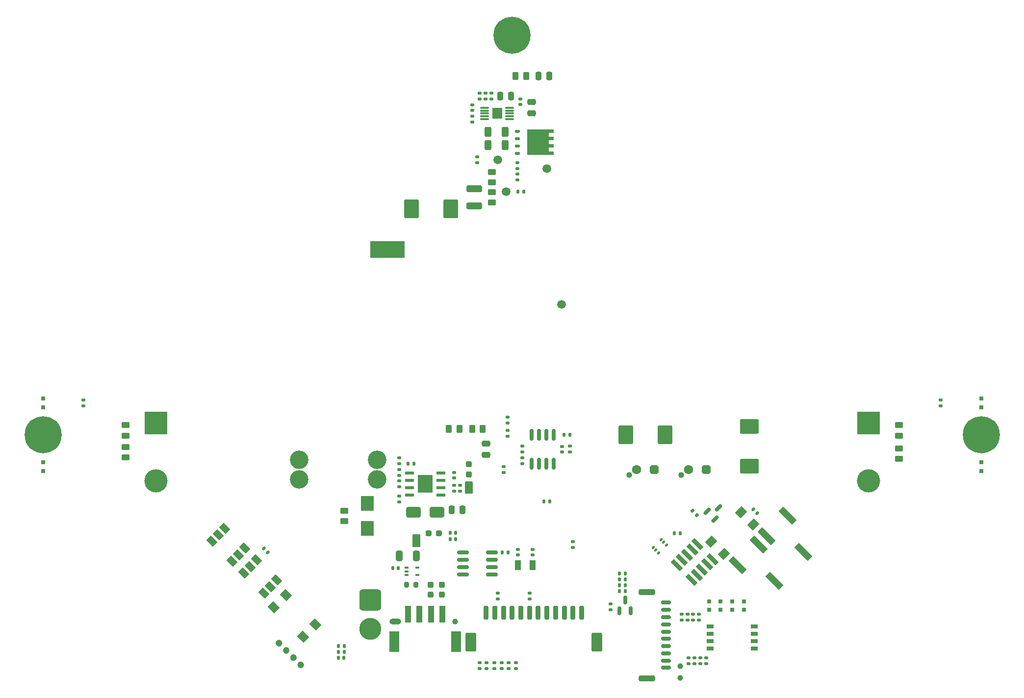
<source format=gbr>
%TF.GenerationSoftware,KiCad,Pcbnew,8.0.7*%
%TF.CreationDate,2025-04-17T20:50:55-04:00*%
%TF.ProjectId,kicker,6b69636b-6572-42e6-9b69-6361645f7063,v4*%
%TF.SameCoordinates,Original*%
%TF.FileFunction,Soldermask,Top*%
%TF.FilePolarity,Negative*%
%FSLAX46Y46*%
G04 Gerber Fmt 4.6, Leading zero omitted, Abs format (unit mm)*
G04 Created by KiCad (PCBNEW 8.0.7) date 2025-04-17 20:50:55*
%MOMM*%
%LPD*%
G01*
G04 APERTURE LIST*
G04 Aperture macros list*
%AMRoundRect*
0 Rectangle with rounded corners*
0 $1 Rounding radius*
0 $2 $3 $4 $5 $6 $7 $8 $9 X,Y pos of 4 corners*
0 Add a 4 corners polygon primitive as box body*
4,1,4,$2,$3,$4,$5,$6,$7,$8,$9,$2,$3,0*
0 Add four circle primitives for the rounded corners*
1,1,$1+$1,$2,$3*
1,1,$1+$1,$4,$5*
1,1,$1+$1,$6,$7*
1,1,$1+$1,$8,$9*
0 Add four rect primitives between the rounded corners*
20,1,$1+$1,$2,$3,$4,$5,0*
20,1,$1+$1,$4,$5,$6,$7,0*
20,1,$1+$1,$6,$7,$8,$9,0*
20,1,$1+$1,$8,$9,$2,$3,0*%
%AMRotRect*
0 Rectangle, with rotation*
0 The origin of the aperture is its center*
0 $1 length*
0 $2 width*
0 $3 Rotation angle, in degrees counterclockwise*
0 Add horizontal line*
21,1,$1,$2,0,0,$3*%
%AMOutline5P*
0 Free polygon, 5 corners , with rotation*
0 The origin of the aperture is its center*
0 number of corners: always 5*
0 $1 to $10 corner X, Y*
0 $11 Rotation angle, in degrees counterclockwise*
0 create outline with 5 corners*
4,1,5,$1,$2,$3,$4,$5,$6,$7,$8,$9,$10,$1,$2,$11*%
%AMOutline6P*
0 Free polygon, 6 corners , with rotation*
0 The origin of the aperture is its center*
0 number of corners: always 6*
0 $1 to $12 corner X, Y*
0 $13 Rotation angle, in degrees counterclockwise*
0 create outline with 6 corners*
4,1,6,$1,$2,$3,$4,$5,$6,$7,$8,$9,$10,$11,$12,$1,$2,$13*%
%AMOutline7P*
0 Free polygon, 7 corners , with rotation*
0 The origin of the aperture is its center*
0 number of corners: always 7*
0 $1 to $14 corner X, Y*
0 $15 Rotation angle, in degrees counterclockwise*
0 create outline with 7 corners*
4,1,7,$1,$2,$3,$4,$5,$6,$7,$8,$9,$10,$11,$12,$13,$14,$1,$2,$15*%
%AMOutline8P*
0 Free polygon, 8 corners , with rotation*
0 The origin of the aperture is its center*
0 number of corners: always 8*
0 $1 to $16 corner X, Y*
0 $17 Rotation angle, in degrees counterclockwise*
0 create outline with 8 corners*
4,1,8,$1,$2,$3,$4,$5,$6,$7,$8,$9,$10,$11,$12,$13,$14,$15,$16,$1,$2,$17*%
%AMFreePoly0*
4,1,17,2.675000,1.605000,1.875000,1.605000,1.875000,0.935000,2.675000,0.935000,2.675000,0.335000,1.875000,0.335000,1.875000,-0.335000,2.675000,-0.335000,2.675000,-0.935000,1.875000,-0.935000,1.875000,-1.605000,2.675000,-1.605000,2.675000,-2.205000,-1.875000,-2.205000,-1.875000,2.205000,2.675000,2.205000,2.675000,1.605000,2.675000,1.605000,$1*%
%AMFreePoly1*
4,1,6,1.037000,0.000000,0.437000,-0.600000,-0.150000,-0.600000,-0.150000,0.600000,0.437000,0.600000,1.037000,0.000000,1.037000,0.000000,$1*%
%AMFreePoly2*
4,1,6,0.150000,-0.600000,-1.037000,-0.600000,-0.437000,0.000000,-1.037000,0.600000,0.150000,0.600000,0.150000,-0.600000,0.150000,-0.600000,$1*%
G04 Aperture macros list end*
%ADD10C,0.575000*%
%ADD11C,0.160000*%
%ADD12RoundRect,0.150000X0.700000X-0.150000X0.700000X0.150000X-0.700000X0.150000X-0.700000X-0.150000X0*%
%ADD13RoundRect,0.250000X1.150000X-0.250000X1.150000X0.250000X-1.150000X0.250000X-1.150000X-0.250000X0*%
%ADD14RoundRect,0.140000X0.219203X0.021213X0.021213X0.219203X-0.219203X-0.021213X-0.021213X-0.219203X0*%
%ADD15C,1.500000*%
%ADD16RoundRect,0.140000X0.170000X-0.140000X0.170000X0.140000X-0.170000X0.140000X-0.170000X-0.140000X0*%
%ADD17RoundRect,0.135000X-0.185000X0.135000X-0.185000X-0.135000X0.185000X-0.135000X0.185000X0.135000X0*%
%ADD18RoundRect,0.760000X-1.140000X1.140000X-1.140000X-1.140000X1.140000X-1.140000X1.140000X1.140000X0*%
%ADD19C,3.800000*%
%ADD20RoundRect,0.135000X-0.135000X-0.185000X0.135000X-0.185000X0.135000X0.185000X-0.135000X0.185000X0*%
%ADD21R,0.800000X0.800000*%
%ADD22C,6.400000*%
%ADD23RoundRect,0.135000X0.185000X-0.135000X0.185000X0.135000X-0.185000X0.135000X-0.185000X-0.135000X0*%
%ADD24R,1.000000X1.800000*%
%ADD25RoundRect,0.050000X-0.883883X0.176777X0.176777X-0.883883X0.883883X-0.176777X-0.176777X0.883883X0*%
%ADD26RoundRect,0.050000X0.883883X-0.176777X-0.176777X0.883883X-0.883883X0.176777X0.176777X-0.883883X0*%
%ADD27RoundRect,0.250000X-0.262500X-0.450000X0.262500X-0.450000X0.262500X0.450000X-0.262500X0.450000X0*%
%ADD28RoundRect,0.250000X-0.250000X-0.475000X0.250000X-0.475000X0.250000X0.475000X-0.250000X0.475000X0*%
%ADD29RoundRect,0.250000X-1.000000X-0.650000X1.000000X-0.650000X1.000000X0.650000X-1.000000X0.650000X0*%
%ADD30RoundRect,0.135000X-0.226274X-0.035355X-0.035355X-0.226274X0.226274X0.035355X0.035355X0.226274X0*%
%ADD31RoundRect,0.140000X-0.170000X0.140000X-0.170000X-0.140000X0.170000X-0.140000X0.170000X0.140000X0*%
%ADD32FreePoly0,0.000000*%
%ADD33RoundRect,0.125000X-0.300000X-0.125000X0.300000X-0.125000X0.300000X0.125000X-0.300000X0.125000X0*%
%ADD34RoundRect,0.250000X-0.450000X0.262500X-0.450000X-0.262500X0.450000X-0.262500X0.450000X0.262500X0*%
%ADD35RoundRect,0.140000X0.140000X0.170000X-0.140000X0.170000X-0.140000X-0.170000X0.140000X-0.170000X0*%
%ADD36RoundRect,0.075000X-0.650000X-0.075000X0.650000X-0.075000X0.650000X0.075000X-0.650000X0.075000X0*%
%ADD37R,1.680000X1.880000*%
%ADD38RoundRect,0.237500X-0.287500X-0.237500X0.287500X-0.237500X0.287500X0.237500X-0.287500X0.237500X0*%
%ADD39RoundRect,0.250000X-1.400000X-1.000000X1.400000X-1.000000X1.400000X1.000000X-1.400000X1.000000X0*%
%ADD40RoundRect,0.250000X0.475000X-0.250000X0.475000X0.250000X-0.475000X0.250000X-0.475000X-0.250000X0*%
%ADD41RoundRect,0.100000X0.088388X0.229810X-0.229810X-0.088388X-0.088388X-0.229810X0.229810X0.088388X0*%
%ADD42RoundRect,0.237500X0.237500X-0.287500X0.237500X0.287500X-0.237500X0.287500X-0.237500X-0.287500X0*%
%ADD43RotRect,3.300000X1.190000X135.000000*%
%ADD44RoundRect,0.250000X-0.312500X-0.625000X0.312500X-0.625000X0.312500X0.625000X-0.312500X0.625000X0*%
%ADD45RoundRect,0.150000X-0.825000X-0.150000X0.825000X-0.150000X0.825000X0.150000X-0.825000X0.150000X0*%
%ADD46R,2.300000X2.500000*%
%ADD47RoundRect,0.100000X-0.225000X-0.100000X0.225000X-0.100000X0.225000X0.100000X-0.225000X0.100000X0*%
%ADD48FreePoly1,90.000000*%
%ADD49FreePoly2,90.000000*%
%ADD50RoundRect,0.250000X0.325000X0.650000X-0.325000X0.650000X-0.325000X-0.650000X0.325000X-0.650000X0*%
%ADD51R,1.270000X0.760000*%
%ADD52RoundRect,0.250000X-1.000000X1.400000X-1.000000X-1.400000X1.000000X-1.400000X1.000000X1.400000X0*%
%ADD53RoundRect,0.150000X-0.309359X-0.521491X0.521491X0.309359X0.309359X0.521491X-0.521491X-0.309359X0*%
%ADD54RoundRect,0.200000X0.200000X0.275000X-0.200000X0.275000X-0.200000X-0.275000X0.200000X-0.275000X0*%
%ADD55RoundRect,0.135000X0.135000X0.185000X-0.135000X0.185000X-0.135000X-0.185000X0.135000X-0.185000X0*%
%ADD56RoundRect,0.140000X-0.219203X-0.021213X-0.021213X-0.219203X0.219203X0.021213X0.021213X0.219203X0*%
%ADD57O,2.000000X1.000000*%
%ADD58C,1.000000*%
%ADD59R,1.100000X3.000000*%
%ADD60R,1.800000X3.600000*%
%ADD61RoundRect,0.150000X0.150000X-0.825000X0.150000X0.825000X-0.150000X0.825000X-0.150000X-0.825000X0*%
%ADD62RoundRect,0.250000X-0.475000X0.250000X-0.475000X-0.250000X0.475000X-0.250000X0.475000X0.250000X0*%
%ADD63RoundRect,0.250000X0.450000X-0.262500X0.450000X0.262500X-0.450000X0.262500X-0.450000X-0.262500X0*%
%ADD64RoundRect,0.140000X-0.140000X-0.170000X0.140000X-0.170000X0.140000X0.170000X-0.140000X0.170000X0*%
%ADD65RoundRect,0.150000X0.150000X-0.587500X0.150000X0.587500X-0.150000X0.587500X-0.150000X-0.587500X0*%
%ADD66RoundRect,0.200000X0.200000X1.000000X-0.200000X1.000000X-0.200000X-1.000000X0.200000X-1.000000X0*%
%ADD67RoundRect,0.250000X0.650000X1.400000X-0.650000X1.400000X-0.650000X-1.400000X0.650000X-1.400000X0*%
%ADD68RoundRect,0.250000X1.100000X-0.325000X1.100000X0.325000X-1.100000X0.325000X-1.100000X-0.325000X0*%
%ADD69R,6.000000X3.000000*%
%ADD70RotRect,1.600000X1.400000X135.000000*%
%ADD71RoundRect,0.250000X0.250000X0.475000X-0.250000X0.475000X-0.250000X-0.475000X0.250000X-0.475000X0*%
%ADD72RotRect,1.600000X1.400000X225.000000*%
%ADD73RotRect,0.800000X2.200000X45.000000*%
%ADD74R,2.600000X3.100000*%
%ADD75R,1.550000X0.600000*%
%ADD76R,4.000000X4.000000*%
%ADD77C,4.000000*%
%ADD78C,3.200000*%
%ADD79C,1.020000*%
%ADD80Outline8P,-0.800000X0.400000X-0.400000X0.800000X0.400000X0.800000X0.800000X0.400000X0.800000X-0.400000X0.400000X-0.800000X-0.400000X-0.800000X-0.800000X-0.400000X0.000000*%
%ADD81C,1.600000*%
G04 APERTURE END LIST*
D10*
X173787500Y-177750000D02*
G75*
G02*
X173212500Y-177750000I-287500J0D01*
G01*
X173212500Y-177750000D02*
G75*
G02*
X173787500Y-177750000I287500J0D01*
G01*
X172537500Y-176500000D02*
G75*
G02*
X171962500Y-176500000I-287500J0D01*
G01*
X171962500Y-176500000D02*
G75*
G02*
X172537500Y-176500000I287500J0D01*
G01*
X170037500Y-174000000D02*
G75*
G02*
X169462500Y-174000000I-287500J0D01*
G01*
X169462500Y-174000000D02*
G75*
G02*
X170037500Y-174000000I287500J0D01*
G01*
X171287500Y-175250000D02*
G75*
G02*
X170712500Y-175250000I-287500J0D01*
G01*
X170712500Y-175250000D02*
G75*
G02*
X171287500Y-175250000I287500J0D01*
G01*
D11*
%TO.C,JP1*%
X194100000Y-157300000D02*
X192900000Y-157300000D01*
X192900000Y-155300000D01*
X194100000Y-155300000D01*
X194100000Y-157300000D01*
G36*
X194100000Y-157300000D02*
G01*
X192900000Y-157300000D01*
X192900000Y-155300000D01*
X194100000Y-155300000D01*
X194100000Y-157300000D01*
G37*
%TO.C,JP2*%
X203100000Y-148100000D02*
X201900000Y-148100000D01*
X201900000Y-146100000D01*
X203100000Y-146100000D01*
X203100000Y-148100000D01*
G36*
X203100000Y-148100000D02*
G01*
X201900000Y-148100000D01*
X201900000Y-146100000D01*
X203100000Y-146100000D01*
X203100000Y-148100000D01*
G37*
%TD*%
D12*
%TO.C,J11*%
X236600000Y-178250000D03*
X236600000Y-177000000D03*
X236600000Y-175750000D03*
X236600000Y-174500000D03*
X236600000Y-173250000D03*
X236600000Y-172000000D03*
X236600000Y-170750000D03*
X236600000Y-169500000D03*
X236600000Y-168250000D03*
X236600000Y-167000000D03*
D13*
X233250000Y-180100000D03*
X233250000Y-165150000D03*
%TD*%
D14*
%TO.C,C19*%
X167839411Y-158339411D03*
X167160589Y-157660589D03*
%TD*%
D15*
%TO.C,TP6*%
X218500000Y-115500000D03*
%TD*%
D16*
%TO.C,C3*%
X190500000Y-149580000D03*
X190500000Y-148620000D03*
%TD*%
D15*
%TO.C,TP3*%
X209000000Y-96000000D03*
%TD*%
D17*
%TO.C,R54*%
X209250000Y-137240001D03*
X209250000Y-138259999D03*
%TD*%
D18*
%TO.C,J3*%
X185500000Y-166500000D03*
D19*
X185500000Y-171500000D03*
%TD*%
D20*
%TO.C,R11*%
X179990001Y-175500000D03*
X181009999Y-175500000D03*
%TD*%
D21*
%TO.C,D4*%
X291000000Y-133250000D03*
X291000000Y-131750000D03*
%TD*%
D22*
%TO.C,H2*%
X291000000Y-138000000D03*
%TD*%
D20*
%TO.C,R22*%
X237990001Y-155000000D03*
X239009999Y-155000000D03*
%TD*%
D23*
%TO.C,R16*%
X240500000Y-177509998D03*
X240500000Y-176490000D03*
%TD*%
D24*
%TO.C,Y1*%
X211000000Y-160500000D03*
X213499998Y-160500000D03*
%TD*%
D25*
%TO.C,U6*%
X161601041Y-159863782D03*
X162732412Y-158732412D03*
X163863782Y-157601041D03*
D26*
X160398959Y-154136218D03*
X159267588Y-155267588D03*
X158136218Y-156398959D03*
%TD*%
D21*
%TO.C,D5*%
X246000000Y-168250000D03*
X246000000Y-166750000D03*
%TD*%
D23*
%TO.C,R8*%
X201000000Y-147759999D03*
X201000000Y-146740001D03*
%TD*%
D27*
%TO.C,R50*%
X203087500Y-137000000D03*
X204912500Y-137000000D03*
%TD*%
D25*
%TO.C,U4*%
X167101041Y-165363782D03*
X168232412Y-164232412D03*
X169363782Y-163101041D03*
D26*
X165898959Y-159636218D03*
X164767588Y-160767588D03*
X163636218Y-161898959D03*
%TD*%
D23*
%TO.C,R32*%
X136000000Y-133009999D03*
X136000000Y-131990001D03*
%TD*%
D28*
%TO.C,C5*%
X199550000Y-151000000D03*
X201450000Y-151000000D03*
%TD*%
D29*
%TO.C,D2*%
X192999999Y-151400000D03*
X197000001Y-151400000D03*
%TD*%
D16*
%TO.C,C31*%
X203100000Y-81980000D03*
X203100000Y-81020000D03*
%TD*%
D23*
%TO.C,R30*%
X284000000Y-133009999D03*
X284000000Y-131990001D03*
%TD*%
D30*
%TO.C,R43*%
X241139376Y-151139376D03*
X241860624Y-151860624D03*
%TD*%
D31*
%TO.C,C28*%
X218650000Y-140020000D03*
X218650000Y-140980000D03*
%TD*%
D15*
%TO.C,TP4*%
X216000000Y-92000000D03*
%TD*%
D32*
%TO.C,Q5*%
X214500001Y-87500000D03*
D33*
X210950001Y-85595000D03*
X210950001Y-86865000D03*
X210950001Y-88135000D03*
X210950001Y-89405000D03*
%TD*%
D34*
%TO.C,R46*%
X143250000Y-140087500D03*
X143250000Y-141912500D03*
%TD*%
D35*
%TO.C,C1*%
X190360000Y-161000000D03*
X189400000Y-161000000D03*
%TD*%
D36*
%TO.C,U8*%
X205250001Y-81500000D03*
X205250001Y-82000000D03*
X205250001Y-82500000D03*
X205250001Y-83000000D03*
X205250001Y-83500000D03*
X209550001Y-83500000D03*
X209550001Y-83000000D03*
X209550001Y-82500000D03*
X209550001Y-82000000D03*
X209550001Y-81500000D03*
D37*
X207400001Y-82500000D03*
%TD*%
D38*
%TO.C,F4*%
X195625001Y-155000000D03*
X197374999Y-155000000D03*
%TD*%
D39*
%TO.C,D13*%
X251000000Y-136600000D03*
X251000000Y-143400000D03*
%TD*%
D40*
%TO.C,C39*%
X213400001Y-82450000D03*
X213400001Y-80550000D03*
%TD*%
D34*
%TO.C,R48*%
X276750000Y-140337500D03*
X276750000Y-142162500D03*
%TD*%
D41*
%TO.C,D3*%
X236631371Y-157037868D03*
X236171751Y-156578249D03*
X235712132Y-156118629D03*
X234368629Y-157462132D03*
X234828249Y-157921751D03*
X235287868Y-158381371D03*
%TD*%
D42*
%TO.C,F1*%
X197900000Y-165625000D03*
X197900000Y-163875000D03*
%TD*%
D17*
%TO.C,R5*%
X190500000Y-143990001D03*
X190500000Y-145009999D03*
%TD*%
D43*
%TO.C,RV1*%
X248941207Y-160533310D03*
X255262742Y-163262742D03*
X252533310Y-156941207D03*
%TD*%
D44*
%TO.C,R65*%
X205857501Y-87970000D03*
X208782501Y-87970000D03*
%TD*%
D23*
%TO.C,R19*%
X243500000Y-177509999D03*
X243500000Y-176490001D03*
%TD*%
D17*
%TO.C,R79*%
X207500000Y-165390001D03*
X207500000Y-166409999D03*
%TD*%
D15*
%TO.C,TP5*%
X207500000Y-90500000D03*
%TD*%
D23*
%TO.C,R62*%
X210900001Y-94010000D03*
X210900001Y-92990000D03*
%TD*%
D45*
%TO.C,U5*%
X201525000Y-158295000D03*
X201525000Y-159565000D03*
X201525000Y-160835000D03*
X201525000Y-162105000D03*
X206475000Y-162105000D03*
X206475000Y-160835000D03*
X206475000Y-159565000D03*
X206475000Y-158295000D03*
%TD*%
D46*
%TO.C,D1*%
X185000000Y-154150001D03*
X185000000Y-149849999D03*
%TD*%
D34*
%TO.C,R67*%
X206500000Y-92597499D03*
X206500000Y-94422499D03*
%TD*%
D22*
%TO.C,H1*%
X210000000Y-69000000D03*
%TD*%
D47*
%TO.C,U1*%
X191750000Y-160950000D03*
X191750000Y-161600000D03*
X191750000Y-162250000D03*
X193650000Y-162250000D03*
X193650000Y-160950000D03*
%TD*%
D48*
%TO.C,JP1*%
X193500000Y-157150000D03*
D49*
X193500000Y-155450000D03*
%TD*%
D50*
%TO.C,C2*%
X193475001Y-158900000D03*
X190524999Y-158900000D03*
%TD*%
D16*
%TO.C,C22*%
X213500000Y-158780000D03*
X213500000Y-157820000D03*
%TD*%
D42*
%TO.C,F2*%
X195900000Y-165625000D03*
X195900000Y-163875000D03*
%TD*%
D35*
%TO.C,C17*%
X200280000Y-154900000D03*
X199320000Y-154900000D03*
%TD*%
D17*
%TO.C,R9*%
X200000000Y-146740001D03*
X200000000Y-147759999D03*
%TD*%
%TO.C,R60*%
X205400001Y-78990000D03*
X205400001Y-80010000D03*
%TD*%
D23*
%TO.C,R13*%
X240250000Y-170000000D03*
X240250000Y-168980002D03*
%TD*%
D51*
%TO.C,SW2*%
X251810000Y-174905000D03*
X251810000Y-173635000D03*
X251810000Y-172365000D03*
X251810000Y-171095000D03*
X244190000Y-171095000D03*
X244190000Y-172365000D03*
X244190000Y-173635000D03*
X244190000Y-174905000D03*
%TD*%
D35*
%TO.C,C24*%
X209280000Y-158300000D03*
X208320000Y-158300000D03*
%TD*%
D52*
%TO.C,D14*%
X199400000Y-99000000D03*
X192600000Y-99000000D03*
%TD*%
D17*
%TO.C,R52*%
X211750000Y-141990001D03*
X211750000Y-143009999D03*
%TD*%
%TO.C,R86*%
X209400000Y-177390001D03*
X209400000Y-178409999D03*
%TD*%
D21*
%TO.C,D9*%
X248000000Y-168250000D03*
X248000000Y-166750000D03*
%TD*%
D53*
%TO.C,Q2*%
X243665336Y-151241161D03*
X245008839Y-152584664D03*
X245662913Y-150587087D03*
%TD*%
D28*
%TO.C,C40*%
X214550000Y-76000000D03*
X216450000Y-76000000D03*
%TD*%
D42*
%TO.C,F5*%
X202500000Y-144875000D03*
X202500000Y-143125000D03*
%TD*%
D34*
%TO.C,R66*%
X206500000Y-96087500D03*
X206500000Y-97912500D03*
%TD*%
D54*
%TO.C,L1*%
X193425000Y-163900000D03*
X191775000Y-163900000D03*
%TD*%
D16*
%TO.C,C20*%
X211000000Y-158780000D03*
X211000000Y-157820000D03*
%TD*%
D55*
%TO.C,R10*%
X193009999Y-143000000D03*
X191990001Y-143000000D03*
%TD*%
D56*
%TO.C,C7*%
X251660589Y-150910589D03*
X252339411Y-151589411D03*
%TD*%
D23*
%TO.C,R76*%
X205600000Y-178409999D03*
X205600000Y-177390001D03*
%TD*%
%TO.C,R17*%
X241500000Y-177509998D03*
X241500000Y-176490000D03*
%TD*%
D57*
%TO.C,J2*%
X189800000Y-170300000D03*
D58*
X200200000Y-170300000D03*
D59*
X198000000Y-169000000D03*
X196000000Y-169000000D03*
X194000000Y-169000000D03*
X192000000Y-169000000D03*
D60*
X189650000Y-173700000D03*
X200350000Y-173700000D03*
%TD*%
D48*
%TO.C,JP2*%
X202500000Y-147950000D03*
D49*
X202500000Y-146250000D03*
%TD*%
D55*
%TO.C,R20*%
X181009999Y-174500000D03*
X179990001Y-174500000D03*
%TD*%
D61*
%TO.C,U7*%
X213345000Y-142975000D03*
X214615000Y-142975000D03*
X215885000Y-142975000D03*
X217155000Y-142975000D03*
X217155000Y-138025000D03*
X215885000Y-138025000D03*
X214615000Y-138025000D03*
X213345000Y-138025000D03*
%TD*%
D23*
%TO.C,R7*%
X190500000Y-143009999D03*
X190500000Y-141990001D03*
%TD*%
D17*
%TO.C,R6*%
X190500000Y-145990001D03*
X190500000Y-147009999D03*
%TD*%
D22*
%TO.C,H3*%
X129000000Y-138000000D03*
%TD*%
D27*
%TO.C,R61*%
X210587500Y-76000000D03*
X212412500Y-76000000D03*
%TD*%
D31*
%TO.C,C37*%
X206400001Y-79020000D03*
X206400001Y-79980000D03*
%TD*%
D62*
%TO.C,C27*%
X205500000Y-139550001D03*
X205500000Y-141449999D03*
%TD*%
D63*
%TO.C,R4*%
X181000000Y-152912500D03*
X181000000Y-151087500D03*
%TD*%
D17*
%TO.C,R70*%
X213000000Y-165390000D03*
X213000000Y-166410000D03*
%TD*%
D23*
%TO.C,R56*%
X209250000Y-136009999D03*
X209250000Y-134990001D03*
%TD*%
D64*
%TO.C,C6*%
X180020000Y-176500000D03*
X180980000Y-176500000D03*
%TD*%
D20*
%TO.C,R44*%
X228490001Y-163000000D03*
X229509999Y-163000000D03*
%TD*%
D23*
%TO.C,R77*%
X206900000Y-178409999D03*
X206900000Y-177390001D03*
%TD*%
D17*
%TO.C,R68*%
X204000000Y-89990000D03*
X204000000Y-91010000D03*
%TD*%
D65*
%TO.C,Q1*%
X228550000Y-168437500D03*
X230450000Y-168437500D03*
X229500000Y-166562500D03*
%TD*%
D23*
%TO.C,R63*%
X210900001Y-92020000D03*
X210900001Y-91000000D03*
%TD*%
D52*
%TO.C,D12*%
X236400000Y-138000000D03*
X229600000Y-138000000D03*
%TD*%
D20*
%TO.C,R38*%
X228490001Y-162000000D03*
X229509999Y-162000000D03*
%TD*%
D35*
%TO.C,C11*%
X200280000Y-156000000D03*
X199320000Y-156000000D03*
%TD*%
D23*
%TO.C,R59*%
X203100000Y-84010000D03*
X203100000Y-82990000D03*
%TD*%
D34*
%TO.C,R47*%
X276750000Y-136337500D03*
X276750000Y-138162500D03*
%TD*%
D17*
%TO.C,R51*%
X208500000Y-143490001D03*
X208500000Y-144509999D03*
%TD*%
D66*
%TO.C,J7*%
X222000000Y-168750000D03*
X220500000Y-168750000D03*
X219000000Y-168750000D03*
X217500000Y-168750000D03*
X216000000Y-168750000D03*
X214500000Y-168750000D03*
X213000000Y-168750000D03*
X211500000Y-168750000D03*
X210000000Y-168750000D03*
X208500000Y-168750000D03*
X207000000Y-168750000D03*
X205500000Y-168750000D03*
D67*
X224600000Y-173800000D03*
X202900000Y-173800000D03*
%TD*%
D68*
%TO.C,C41*%
X203500000Y-98475001D03*
X203500000Y-95524999D03*
%TD*%
D69*
%TO.C,C29*%
X188500000Y-106000000D03*
%TD*%
D23*
%TO.C,R18*%
X242500000Y-177509998D03*
X242500000Y-176490000D03*
%TD*%
D27*
%TO.C,R49*%
X199087500Y-137000000D03*
X200912500Y-137000000D03*
%TD*%
D17*
%TO.C,R55*%
X220000000Y-139990001D03*
X220000000Y-141009999D03*
%TD*%
D23*
%TO.C,R53*%
X211750000Y-141009999D03*
X211750000Y-139990001D03*
%TD*%
D16*
%TO.C,C34*%
X204400001Y-79980000D03*
X204400001Y-79020000D03*
%TD*%
D20*
%TO.C,R58*%
X210990000Y-96000000D03*
X212010000Y-96000000D03*
%TD*%
%TO.C,R57*%
X218990001Y-138000000D03*
X220009999Y-138000000D03*
%TD*%
D21*
%TO.C,D10*%
X129000000Y-144250000D03*
X129000000Y-142750000D03*
%TD*%
%TO.C,D6*%
X129000000Y-133250000D03*
X129000000Y-131750000D03*
%TD*%
%TO.C,D11*%
X291000000Y-144250000D03*
X291000000Y-142750000D03*
%TD*%
D70*
%TO.C,SW1*%
X173884924Y-172906245D03*
X168793755Y-167815076D03*
X176006245Y-170784924D03*
X170915076Y-165693755D03*
%TD*%
D71*
%TO.C,C32*%
X209850001Y-79500000D03*
X207950001Y-79500000D03*
%TD*%
D16*
%TO.C,C4*%
X200000000Y-145480000D03*
X200000000Y-144520000D03*
%TD*%
D72*
%TO.C,SW3*%
X251606245Y-153515076D03*
X246515076Y-158606245D03*
X249484924Y-151393755D03*
X244393755Y-156484924D03*
%TD*%
D21*
%TO.C,D8*%
X250000000Y-168250000D03*
X250000000Y-166750000D03*
%TD*%
D34*
%TO.C,R45*%
X143250000Y-136337500D03*
X143250000Y-138162500D03*
%TD*%
D20*
%TO.C,R31*%
X228490001Y-164000000D03*
X229509999Y-164000000D03*
%TD*%
D55*
%TO.C,R1*%
X216509999Y-149500000D03*
X215490001Y-149500000D03*
%TD*%
D17*
%TO.C,R87*%
X210700000Y-177390001D03*
X210700000Y-178409999D03*
%TD*%
D23*
%TO.C,R78*%
X208200000Y-178409999D03*
X208200000Y-177390001D03*
%TD*%
%TO.C,R85*%
X204400000Y-178409999D03*
X204400000Y-177390001D03*
%TD*%
D73*
%TO.C,J4*%
X240990883Y-163082986D03*
X238417014Y-160509117D03*
X241888909Y-162184960D03*
X239315040Y-159611091D03*
X242786934Y-161286934D03*
X240213066Y-158713066D03*
X243684960Y-160388909D03*
X241111091Y-157815040D03*
X244582986Y-159490883D03*
X242009117Y-156917014D03*
%TD*%
D44*
%TO.C,R64*%
X205857501Y-85679999D03*
X208782501Y-85679999D03*
%TD*%
D23*
%TO.C,R14*%
X241250000Y-170000000D03*
X241250000Y-168980002D03*
%TD*%
%TO.C,R21*%
X227000000Y-168259999D03*
X227000000Y-167240001D03*
%TD*%
D43*
%TO.C,RV2*%
X253941207Y-155533310D03*
X260262742Y-158262742D03*
X257533310Y-151941207D03*
%TD*%
D20*
%TO.C,R35*%
X228490001Y-165000000D03*
X229509999Y-165000000D03*
%TD*%
D74*
%TO.C,U2*%
X195000000Y-146500000D03*
D75*
X197700000Y-148405000D03*
X197700000Y-147135000D03*
X197700000Y-145865000D03*
X197700000Y-144595000D03*
X192300000Y-144595000D03*
X192300000Y-145865000D03*
X192300000Y-147135000D03*
X192300000Y-148405000D03*
%TD*%
D23*
%TO.C,R15*%
X242250000Y-170000000D03*
X242250000Y-168980002D03*
%TD*%
D21*
%TO.C,D7*%
X244000000Y-168250000D03*
X244000000Y-166750000D03*
%TD*%
D17*
%TO.C,R27*%
X220500000Y-156490001D03*
X220500000Y-157509999D03*
%TD*%
D23*
%TO.C,R12*%
X239250001Y-170000000D03*
X239250001Y-168980002D03*
%TD*%
D16*
%TO.C,C35*%
X211400001Y-80980000D03*
X211400001Y-80020000D03*
%TD*%
D76*
%TO.C,C26*%
X271500000Y-136000000D03*
D77*
X271500000Y-146000000D03*
%TD*%
D76*
%TO.C,C25*%
X148500000Y-136000000D03*
D77*
X148500000Y-146000000D03*
%TD*%
D78*
%TO.C,F3*%
X173265000Y-142300000D03*
X173265000Y-145700000D03*
X186735000Y-142300000D03*
X186735000Y-145700000D03*
%TD*%
D58*
%TO.C,TP2*%
X239000000Y-178000000D03*
%TD*%
D79*
%TO.C,J5*%
X230220000Y-144980000D03*
D80*
X234500000Y-144000000D03*
D81*
X231500000Y-144000000D03*
%TD*%
D58*
%TO.C,TP1*%
X239000000Y-180000000D03*
%TD*%
D79*
%TO.C,J6*%
X239220000Y-144980000D03*
D80*
X243500000Y-144000000D03*
D81*
X240500000Y-144000000D03*
%TD*%
M02*

</source>
